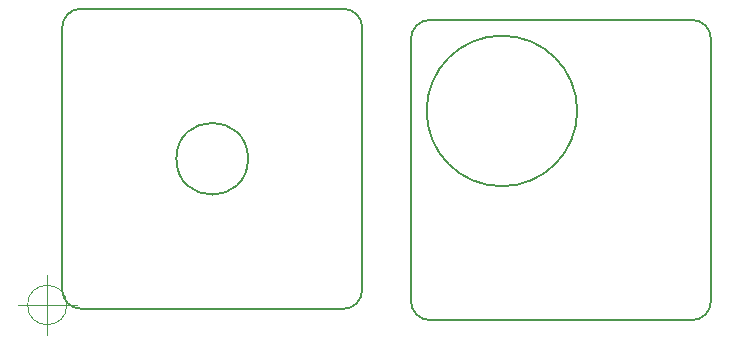
<source format=gbr>
G04 #@! TF.GenerationSoftware,KiCad,Pcbnew,(5.1.2)-1*
G04 #@! TF.CreationDate,2019-05-29T20:37:22-07:00*
G04 #@! TF.ProjectId,SlidePiece,536c6964-6550-4696-9563-652e6b696361,rev?*
G04 #@! TF.SameCoordinates,Original*
G04 #@! TF.FileFunction,Profile,NP*
%FSLAX46Y46*%
G04 Gerber Fmt 4.6, Leading zero omitted, Abs format (unit mm)*
G04 Created by KiCad (PCBNEW (5.1.2)-1) date 2019-05-29 20:37:22*
%MOMM*%
%LPD*%
G04 APERTURE LIST*
%ADD10C,0.200000*%
%ADD11C,0.050000*%
G04 APERTURE END LIST*
D10*
X46037501Y-170497500D02*
G75*
G02X47625001Y-168910000I1587500J0D01*
G01*
X69850000Y-168910000D02*
G75*
G02X71437500Y-170497500I0J-1587500D01*
G01*
X60112501Y-176610000D02*
G75*
G03X60112501Y-176610000I-6375000J0D01*
G01*
X47625001Y-194309999D02*
G75*
G02X46037501Y-192722499I0J1587500D01*
G01*
X46037501Y-170497500D02*
X46037501Y-192722499D01*
X71437500Y-192722499D02*
G75*
G02X69850000Y-194309999I-1587500J0D01*
G01*
X69850000Y-194309999D02*
X47625001Y-194309999D01*
X71437500Y-170497500D02*
X71437500Y-192722499D01*
X69850000Y-168910000D02*
X47625001Y-168910000D01*
D11*
X16906666Y-193040000D02*
G75*
G03X16906666Y-193040000I-1666666J0D01*
G01*
X12740000Y-193040000D02*
X17740000Y-193040000D01*
X15240000Y-190540000D02*
X15240000Y-195540000D01*
D10*
X16510001Y-191770000D02*
X16510001Y-169545000D01*
X16510001Y-169545000D02*
G75*
G02X18097501Y-167957500I1587500J0D01*
G01*
X18097501Y-167957500D02*
X40322500Y-167957500D01*
X40322500Y-167957500D02*
G75*
G02X41910000Y-169545000I0J-1587500D01*
G01*
X32245000Y-180657500D02*
G75*
G03X32245000Y-180657500I-3035000J0D01*
G01*
X41910000Y-191770000D02*
G75*
G02X40322500Y-193357500I-1587500J0D01*
G01*
X18097501Y-193357500D02*
G75*
G02X16510001Y-191770000I0J1587500D01*
G01*
X18097501Y-193357500D02*
X40322500Y-193357500D01*
X41910000Y-191770000D02*
X41910000Y-169545000D01*
M02*

</source>
